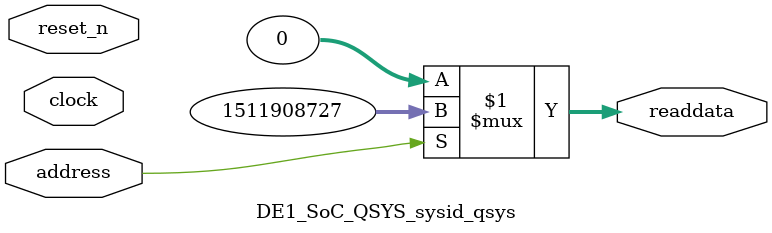
<source format=v>

`timescale 1ns / 1ps
// synthesis translate_on

// turn off superfluous verilog processor warnings 
// altera message_level Level1 
// altera message_off 10034 10035 10036 10037 10230 10240 10030 

module DE1_SoC_QSYS_sysid_qsys (
               // inputs:
                address,
                clock,
                reset_n,

               // outputs:
                readdata
             )
;

  output  [ 31: 0] readdata;
  input            address;
  input            clock;
  input            reset_n;

  wire    [ 31: 0] readdata;
  //control_slave, which is an e_avalon_slave
  assign readdata = address ? 1511908727 : 0;

endmodule




</source>
